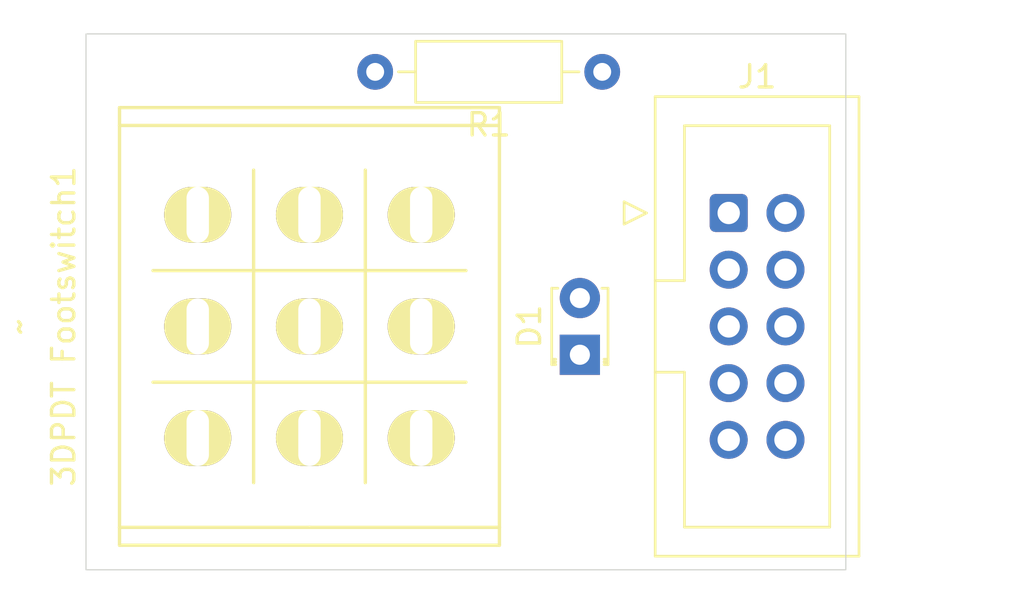
<source format=kicad_pcb>
(kicad_pcb (version 20241229) (generator "pcbnew") (generator_version "9.0")
  (layers (0 "F.Cu" signal) (2 "B.Cu" signal) (13 "F.Paste" user) (15 "B.Paste" user) (5 "F.SilkS" user "F.Silkscreen") (7 "B.SilkS" user "B.Silkscreen") (1 "F.Mask" user) (3 "B.Mask" user) (25 "Edge.Cuts" user))
  (net 0 "")
  (net 2 "/conn9")
  (net 3 "/conn4")
  (net 4 "/conn2")
  (net 5 "/conn7")
  (net 6 "/conn3")
  (net 7 "/conn6")
  (net 8 "/conn1")
  (net 9 "/conn5")
  (net 10 "/conn8")
  (net 11 "Net-(D1-A)")
  (footprint "Resistor_THT:R_Axial_DIN0207_L6.3mm_D2.5mm_P10.16mm_Horizontal" (layer "F.Cu") (at 153.1 100.7 180)
    (property "Reference" "R1" (at 5.08 -2.37 0) (layer "F.SilkS"))
    (property "Value" "1k")
    (fp_line (start 9.12 0) (end 8.35 0) (stroke (width 0.12)) (layer "F.SilkS"))
    (fp_line (start 1.04 0) (end 1.81 0) (stroke (width 0.12)) (layer "F.SilkS"))
    (fp_rect (start 1.81 -1.37) (end 8.35 1.37) (stroke (width 0.12)) (fill no) (layer "F.SilkS"))
    (pad "1" thru_hole circle (at 0 0 180) (size 1.6 1.6) (drill 0.8) (layers "*.Cu" "*.Mask") (net 11 "Net-(D1-A)"))
    (pad "2" thru_hole circle (at 10.16 0 180) (size 1.6 1.6) (drill 0.8) (layers "*.Cu" "*.Mask") (net 4 "/conn2"))
  )
  (footprint "LED_THT:LED_D1.8mm_W3.3mm_H2.4mm" (layer "F.Cu") (at 152.1 113.37 90)
    (property "Reference" "D1" (at 1.27 -2.26 90) (layer "F.SilkS"))
    (property "Value" "LED")
    (fp_line (start 2.98 -1.26) (end 2.98 -0.986) (stroke (width 0.12)) (layer "F.SilkS"))
    (fp_line (start -0.2 -1.26) (end -0.2 -1.08) (stroke (width 0.12)) (layer "F.SilkS"))
    (fp_line (start -0.32 -1.26) (end -0.32 -1.08) (stroke (width 0.12)) (layer "F.SilkS"))
    (fp_line (start -0.44 -1.26) (end 2.98 -1.26) (stroke (width 0.12)) (layer "F.SilkS"))
    (fp_line (start -0.44 -1.08) (end -0.44 -1.26) (stroke (width 0.12)) (layer "F.SilkS"))
    (fp_line (start 2.98 0.986) (end 2.98 1.26) (stroke (width 0.12)) (layer "F.SilkS"))
    (fp_line (start -0.2 1.08) (end -0.2 1.26) (stroke (width 0.12)) (layer "F.SilkS"))
    (fp_line (start -0.32 1.08) (end -0.32 1.26) (stroke (width 0.12)) (layer "F.SilkS"))
    (fp_line (start 2.98 1.26) (end -0.44 1.26) (stroke (width 0.12)) (layer "F.SilkS"))
    (fp_line (start -0.44 1.26) (end -0.44 1.08) (stroke (width 0.12)) (layer "F.SilkS"))
    (pad "1" thru_hole rect (at 0 0 90) (size 1.8 1.8) (drill 0.9) (layers "*.Cu" "*.Mask") (net 4 "/conn2"))
    (pad "2" thru_hole circle (at 2.54 0 90) (size 1.8 1.8) (drill 0.9) (layers "*.Cu" "*.Mask") (net 11 "Net-(D1-A)"))
  )
  (footprint "Button_Switch_THT:Switches_Stomp_Switch_3PDT" (layer "F.Cu") (at 140 112.1 -90)
    (property "Reference" "3DPDT Footswitch1" (at 0 11 90) (layer "F.SilkS"))
    (property "Value" "~" (at 0 13 90) (layer "F.SilkS"))
    (fp_line (start -9.8 8.5) (end -9.8 -8.5) (stroke (width 0.15)) (layer "F.SilkS"))
    (fp_line (start -9 8.5) (end -9.8 8.5) (stroke (width 0.15)) (layer "F.SilkS"))
    (fp_line (start -9 8.5) (end 9 8.5) (stroke (width 0.15)) (layer "F.SilkS"))
    (fp_line (start -9 8.5) (end -9 -8.5) (stroke (width 0.15)) (layer "F.SilkS"))
    (fp_line (start 9 8.5) (end 9 0) (stroke (width 0.15)) (layer "F.SilkS"))
    (fp_line (start 9.8 8.5) (end 9 8.5) (stroke (width 0.15)) (layer "F.SilkS"))
    (fp_line (start 9.8 8.5) (end 9.8 -8.5) (stroke (width 0.15)) (layer "F.SilkS"))
    (fp_line (start 2.5 7) (end 2.5 -7) (stroke (width 0.15)) (layer "F.SilkS"))
    (fp_line (start 7 2.5) (end -7 2.5) (stroke (width 0.15)) (layer "F.SilkS"))
    (fp_line (start -7 -2.5) (end 7 -2.5) (stroke (width 0.15)) (layer "F.SilkS"))
    (fp_line (start -2.5 -7) (end -2.5 7) (stroke (width 0.15)) (layer "F.SilkS"))
    (fp_line (start -9.8 -8.5) (end -9 -8.5) (stroke (width 0.15)) (layer "F.SilkS"))
    (fp_line (start -9 -8.5) (end 9 -8.5) (stroke (width 0.15)) (layer "F.SilkS"))
    (fp_line (start 9 -8.5) (end 9 0) (stroke (width 0.15)) (layer "F.SilkS"))
    (fp_line (start 9.8 -8.5) (end 9 -8.5) (stroke (width 0.15)) (layer "F.SilkS"))
    (pad "1" thru_hole oval (at -5 -5 270) (size 2.5 3) (drill oval 2.5 1) (layers "*.Cu" "*.Mask" "F.SilkS") (net 8 "/conn1"))
    (pad "2" thru_hole oval (at 0 -5 270) (size 2.5 3) (drill oval 2.5 1) (layers "*.Cu" "*.Mask" "F.SilkS") (net 4 "/conn2"))
    (pad "3" thru_hole oval (at 5 -5 270) (size 2.5 3) (drill oval 2.5 1) (layers "*.Cu" "*.Mask" "F.SilkS") (net 6 "/conn3"))
    (pad "4" thru_hole oval (at -5 0 270) (size 2.5 3) (drill oval 2.5 1) (layers "*.Cu" "*.Mask" "F.SilkS") (net 3 "/conn4"))
    (pad "5" thru_hole oval (at 0 0 270) (size 2.5 3) (drill oval 2.5 1) (layers "*.Cu" "*.Mask" "F.SilkS") (net 9 "/conn5"))
    (pad "6" thru_hole oval (at 5 0 270) (size 2.5 3) (drill oval 2.5 1) (layers "*.Cu" "*.Mask" "F.SilkS") (net 7 "/conn6"))
    (pad "7" thru_hole oval (at -5 5 270) (size 2.5 3) (drill oval 2.5 1) (layers "*.Cu" "*.Mask" "F.SilkS") (net 5 "/conn7"))
    (pad "8" thru_hole oval (at 0 5 270) (size 2.5 3) (drill oval 2.5 1) (layers "*.Cu" "*.Mask" "F.SilkS") (net 10 "/conn8"))
    (pad "9" thru_hole oval (at 5 5 270) (size 2.5 3) (drill oval 2.5 1) (layers "*.Cu" "*.Mask" "F.SilkS") (net 2 "/conn9"))
  )
  (footprint "Connector_IDC:IDC-Header_2x05_P2.54mm_Vertical" (layer "F.Cu") (at 158.76 107.02)
    (property "Reference" "J1" (at 1.27 -6.1 0) (layer "F.SilkS"))
    (property "Value" "Conn_02x05_Counter_Clockwise")
    (fp_line (start -4.68 -0.5) (end -4.68 0.5) (stroke (width 0.12)) (layer "F.SilkS"))
    (fp_line (start -4.68 0.5) (end -3.68 0) (stroke (width 0.12)) (layer "F.SilkS"))
    (fp_line (start -3.68 0) (end -4.68 -0.5) (stroke (width 0.12)) (layer "F.SilkS"))
    (fp_line (start -3.29 -5.21) (end 5.83 -5.21) (stroke (width 0.12)) (layer "F.SilkS"))
    (fp_line (start -3.29 3.03) (end -1.98 3.03) (stroke (width 0.12)) (layer "F.SilkS"))
    (fp_line (start -3.29 15.37) (end -3.29 -5.21) (stroke (width 0.12)) (layer "F.SilkS"))
    (fp_line (start -1.98 -3.91) (end 4.52 -3.91) (stroke (width 0.12)) (layer "F.SilkS"))
    (fp_line (start -1.98 3.03) (end -1.98 -3.91) (stroke (width 0.12)) (layer "F.SilkS"))
    (fp_line (start -1.98 7.13) (end -3.29 7.13) (stroke (width 0.12)) (layer "F.SilkS"))
    (fp_line (start -1.98 14.07) (end -1.98 7.13) (stroke (width 0.12)) (layer "F.SilkS"))
    (fp_line (start 4.52 -3.91) (end 4.52 14.07) (stroke (width 0.12)) (layer "F.SilkS"))
    (fp_line (start 4.52 14.07) (end -1.98 14.07) (stroke (width 0.12)) (layer "F.SilkS"))
    (fp_line (start 5.83 -5.21) (end 5.83 15.37) (stroke (width 0.12)) (layer "F.SilkS"))
    (fp_line (start 5.83 15.37) (end -3.29 15.37) (stroke (width 0.12)) (layer "F.SilkS"))
    (pad "1" thru_hole roundrect (at 0 0) (size 1.7 1.7) (drill 1) (layers "*.Cu" "*.Mask") (roundrect_rratio 0.147059) (net 8 "/conn1"))
    (pad "2" thru_hole circle (at 2.54 0) (size 1.7 1.7) (drill 1) (layers "*.Cu" "*.Mask") (net 4 "/conn2"))
    (pad "3" thru_hole circle (at 0 2.54) (size 1.7 1.7) (drill 1) (layers "*.Cu" "*.Mask") (net 6 "/conn3"))
    (pad "4" thru_hole circle (at 2.54 2.54) (size 1.7 1.7) (drill 1) (layers "*.Cu" "*.Mask") (net 3 "/conn4"))
    (pad "5" thru_hole circle (at 0 5.08) (size 1.7 1.7) (drill 1) (layers "*.Cu" "*.Mask") (net 9 "/conn5"))
    (pad "6" thru_hole circle (at 2.54 5.08) (size 1.7 1.7) (drill 1) (layers "*.Cu" "*.Mask") (net 7 "/conn6"))
    (pad "7" thru_hole circle (at 0 7.62) (size 1.7 1.7) (drill 1) (layers "*.Cu" "*.Mask") (net 5 "/conn7"))
    (pad "8" thru_hole circle (at 2.54 7.62) (size 1.7 1.7) (drill 1) (layers "*.Cu" "*.Mask") (net 10 "/conn8"))
    (pad "9" thru_hole circle (at 0 10.16) (size 1.7 1.7) (drill 1) (layers "*.Cu" "*.Mask") (net 2 "/conn9"))
    (pad "10" thru_hole circle (at 2.54 10.16) (size 1.7 1.7) (drill 1) (layers "*.Cu" "*.Mask"))
  )
  (gr_rect (start 130 99) (end 164 123) (stroke (width 0.05)) (fill no) (layer "Edge.Cuts"))
)
</source>
